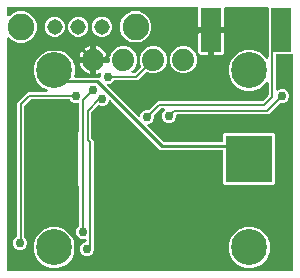
<source format=gbr>
G04 EAGLE Gerber RS-274X export*
G75*
%MOMM*%
%FSLAX34Y34*%
%LPD*%
%INBottom Copper*%
%IPPOS*%
%AMOC8*
5,1,8,0,0,1.08239X$1,22.5*%
G01*
%ADD10R,4.000000X4.000000*%
%ADD11C,3.045000*%
%ADD12C,1.879600*%
%ADD13R,1.700000X3.700000*%
%ADD14C,1.308000*%
%ADD15C,2.250000*%
%ADD16C,0.756400*%
%ADD17C,0.406400*%
%ADD18C,0.254000*%
%ADD19C,0.200000*%
%ADD20C,0.152400*%
%ADD21C,0.203200*%

G36*
X399406Y31766D02*
X399406Y31766D01*
X399525Y31773D01*
X399563Y31786D01*
X399604Y31791D01*
X399714Y31834D01*
X399827Y31871D01*
X399862Y31893D01*
X399899Y31908D01*
X399995Y31978D01*
X400096Y32041D01*
X400124Y32071D01*
X400157Y32094D01*
X400233Y32186D01*
X400314Y32273D01*
X400334Y32308D01*
X400359Y32339D01*
X400410Y32447D01*
X400468Y32551D01*
X400478Y32591D01*
X400495Y32627D01*
X400517Y32744D01*
X400547Y32859D01*
X400551Y32920D01*
X400555Y32940D01*
X400553Y32960D01*
X400557Y33020D01*
X400557Y214418D01*
X400542Y214536D01*
X400535Y214655D01*
X400522Y214693D01*
X400517Y214734D01*
X400474Y214844D01*
X400437Y214957D01*
X400415Y214992D01*
X400400Y215029D01*
X400331Y215125D01*
X400267Y215226D01*
X400237Y215254D01*
X400214Y215287D01*
X400122Y215363D01*
X400035Y215444D01*
X400000Y215464D01*
X399969Y215489D01*
X399861Y215540D01*
X399757Y215598D01*
X399717Y215608D01*
X399681Y215625D01*
X399564Y215647D01*
X399449Y215677D01*
X399389Y215681D01*
X399369Y215685D01*
X399348Y215683D01*
X399288Y215687D01*
X386878Y215687D01*
X386760Y215672D01*
X386641Y215665D01*
X386603Y215652D01*
X386562Y215647D01*
X386452Y215604D01*
X386339Y215567D01*
X386304Y215545D01*
X386267Y215530D01*
X386171Y215461D01*
X386070Y215397D01*
X386042Y215367D01*
X386009Y215344D01*
X385933Y215252D01*
X385852Y215165D01*
X385832Y215130D01*
X385807Y215099D01*
X385756Y214991D01*
X385698Y214887D01*
X385688Y214847D01*
X385671Y214811D01*
X385649Y214694D01*
X385619Y214579D01*
X385615Y214519D01*
X385611Y214499D01*
X385613Y214478D01*
X385609Y214418D01*
X385609Y186076D01*
X385626Y185938D01*
X385639Y185800D01*
X385646Y185781D01*
X385649Y185761D01*
X385700Y185632D01*
X385747Y185501D01*
X385758Y185484D01*
X385766Y185465D01*
X385847Y185353D01*
X385925Y185237D01*
X385941Y185224D01*
X385952Y185208D01*
X386060Y185119D01*
X386164Y185027D01*
X386182Y185018D01*
X386197Y185005D01*
X386323Y184946D01*
X386447Y184882D01*
X386467Y184878D01*
X386485Y184869D01*
X386622Y184843D01*
X386757Y184813D01*
X386778Y184813D01*
X386797Y184810D01*
X386936Y184818D01*
X387075Y184822D01*
X387095Y184828D01*
X387115Y184829D01*
X387247Y184872D01*
X387381Y184911D01*
X387398Y184921D01*
X387417Y184927D01*
X387535Y185002D01*
X387655Y185072D01*
X387676Y185091D01*
X387686Y185097D01*
X387700Y185112D01*
X387776Y185179D01*
X387866Y185270D01*
X390003Y186155D01*
X392317Y186155D01*
X394454Y185270D01*
X396090Y183634D01*
X396975Y181497D01*
X396975Y179183D01*
X396090Y177046D01*
X394454Y175410D01*
X392317Y174525D01*
X390183Y174525D01*
X390084Y174513D01*
X389985Y174510D01*
X389927Y174493D01*
X389867Y174485D01*
X389775Y174449D01*
X389680Y174421D01*
X389628Y174391D01*
X389571Y174368D01*
X389491Y174310D01*
X389406Y174260D01*
X389331Y174194D01*
X389314Y174182D01*
X389306Y174172D01*
X389285Y174154D01*
X379723Y164591D01*
X302554Y164591D01*
X302436Y164576D01*
X302317Y164569D01*
X302279Y164556D01*
X302238Y164551D01*
X302128Y164508D01*
X302015Y164471D01*
X301980Y164449D01*
X301943Y164434D01*
X301847Y164365D01*
X301746Y164301D01*
X301718Y164271D01*
X301685Y164248D01*
X301609Y164156D01*
X301528Y164069D01*
X301508Y164034D01*
X301483Y164003D01*
X301432Y163895D01*
X301374Y163791D01*
X301364Y163751D01*
X301347Y163715D01*
X301325Y163598D01*
X301295Y163483D01*
X301291Y163423D01*
X301287Y163403D01*
X301289Y163382D01*
X301285Y163322D01*
X301285Y162233D01*
X300400Y160096D01*
X298764Y158460D01*
X296627Y157575D01*
X294313Y157575D01*
X292176Y158460D01*
X290540Y160096D01*
X289655Y162233D01*
X289655Y164547D01*
X290540Y166684D01*
X291361Y167505D01*
X291446Y167614D01*
X291535Y167721D01*
X291544Y167740D01*
X291556Y167756D01*
X291611Y167883D01*
X291671Y168009D01*
X291674Y168029D01*
X291683Y168048D01*
X291704Y168186D01*
X291730Y168322D01*
X291729Y168342D01*
X291732Y168362D01*
X291719Y168501D01*
X291711Y168639D01*
X291704Y168658D01*
X291703Y168678D01*
X291655Y168810D01*
X291613Y168941D01*
X291602Y168959D01*
X291595Y168978D01*
X291517Y169093D01*
X291443Y169210D01*
X291428Y169224D01*
X291416Y169241D01*
X291312Y169333D01*
X291211Y169428D01*
X291193Y169438D01*
X291178Y169451D01*
X291054Y169514D01*
X290932Y169582D01*
X290913Y169587D01*
X290895Y169596D01*
X290759Y169626D01*
X290624Y169661D01*
X290596Y169663D01*
X290584Y169666D01*
X290564Y169665D01*
X290464Y169671D01*
X288809Y169671D01*
X288710Y169659D01*
X288611Y169656D01*
X288553Y169639D01*
X288493Y169631D01*
X288401Y169595D01*
X288306Y169567D01*
X288254Y169537D01*
X288197Y169514D01*
X288117Y169456D01*
X288032Y169406D01*
X287957Y169340D01*
X287940Y169328D01*
X287932Y169318D01*
X287911Y169300D01*
X283046Y164435D01*
X282986Y164357D01*
X282918Y164285D01*
X282889Y164232D01*
X282852Y164184D01*
X282812Y164093D01*
X282764Y164006D01*
X282749Y163947D01*
X282725Y163892D01*
X282710Y163794D01*
X282685Y163698D01*
X282679Y163598D01*
X282675Y163578D01*
X282677Y163565D01*
X282675Y163537D01*
X282675Y161403D01*
X281790Y159266D01*
X280154Y157630D01*
X277783Y156649D01*
X277777Y156645D01*
X277672Y156607D01*
X277655Y156596D01*
X277636Y156588D01*
X277524Y156507D01*
X277409Y156429D01*
X277395Y156413D01*
X277379Y156402D01*
X277290Y156294D01*
X277198Y156190D01*
X277189Y156172D01*
X277176Y156157D01*
X277117Y156031D01*
X277054Y155907D01*
X277049Y155887D01*
X277041Y155869D01*
X277015Y155733D01*
X276984Y155597D01*
X276985Y155576D01*
X276981Y155557D01*
X276990Y155418D01*
X276994Y155279D01*
X276999Y155259D01*
X277001Y155239D01*
X277043Y155107D01*
X277082Y154973D01*
X277092Y154956D01*
X277099Y154937D01*
X277173Y154819D01*
X277244Y154699D01*
X277262Y154678D01*
X277269Y154668D01*
X277284Y154654D01*
X277350Y154579D01*
X290050Y141878D01*
X290128Y141818D01*
X290201Y141750D01*
X290254Y141721D01*
X290301Y141684D01*
X290392Y141644D01*
X290479Y141596D01*
X290538Y141581D01*
X290593Y141557D01*
X290691Y141542D01*
X290787Y141517D01*
X290887Y141511D01*
X290907Y141507D01*
X290920Y141509D01*
X290948Y141507D01*
X339918Y141507D01*
X340036Y141522D01*
X340155Y141529D01*
X340193Y141542D01*
X340234Y141547D01*
X340344Y141590D01*
X340457Y141627D01*
X340492Y141649D01*
X340529Y141664D01*
X340625Y141733D01*
X340726Y141797D01*
X340754Y141827D01*
X340787Y141850D01*
X340863Y141942D01*
X340944Y142029D01*
X340964Y142064D01*
X340989Y142095D01*
X341040Y142203D01*
X341098Y142307D01*
X341108Y142347D01*
X341125Y142383D01*
X341147Y142500D01*
X341177Y142615D01*
X341181Y142675D01*
X341185Y142695D01*
X341183Y142716D01*
X341187Y142776D01*
X341187Y147842D01*
X342378Y149033D01*
X384062Y149033D01*
X385253Y147842D01*
X385253Y106158D01*
X384062Y104967D01*
X342378Y104967D01*
X341187Y106158D01*
X341187Y133632D01*
X341172Y133750D01*
X341165Y133869D01*
X341152Y133907D01*
X341147Y133948D01*
X341104Y134058D01*
X341067Y134171D01*
X341045Y134206D01*
X341030Y134243D01*
X340961Y134339D01*
X340897Y134440D01*
X340867Y134468D01*
X340844Y134501D01*
X340752Y134577D01*
X340665Y134658D01*
X340630Y134678D01*
X340599Y134703D01*
X340491Y134754D01*
X340387Y134812D01*
X340347Y134822D01*
X340311Y134839D01*
X340194Y134861D01*
X340079Y134891D01*
X340019Y134895D01*
X339999Y134899D01*
X339978Y134897D01*
X339918Y134901D01*
X287686Y134901D01*
X246319Y176268D01*
X246280Y176299D01*
X246246Y176335D01*
X246155Y176396D01*
X246068Y176463D01*
X246022Y176483D01*
X245980Y176510D01*
X245877Y176546D01*
X245776Y176589D01*
X245727Y176597D01*
X245680Y176613D01*
X245570Y176622D01*
X245462Y176639D01*
X245412Y176635D01*
X245363Y176639D01*
X245255Y176620D01*
X245145Y176610D01*
X245098Y176593D01*
X245049Y176584D01*
X244949Y176539D01*
X244846Y176502D01*
X244805Y176474D01*
X244759Y176454D01*
X244673Y176385D01*
X244583Y176323D01*
X244550Y176286D01*
X244511Y176255D01*
X244445Y176167D01*
X244372Y176085D01*
X244350Y176041D01*
X244320Y176001D01*
X244249Y175856D01*
X243690Y174506D01*
X242054Y172870D01*
X239917Y171985D01*
X237603Y171985D01*
X236346Y172506D01*
X236317Y172514D01*
X236291Y172527D01*
X236164Y172556D01*
X236039Y172590D01*
X236010Y172591D01*
X235981Y172597D01*
X235851Y172593D01*
X235721Y172595D01*
X235692Y172588D01*
X235663Y172587D01*
X235538Y172551D01*
X235412Y172521D01*
X235386Y172507D01*
X235357Y172499D01*
X235246Y172433D01*
X235131Y172372D01*
X235109Y172352D01*
X235083Y172337D01*
X234963Y172231D01*
X229762Y167031D01*
X229702Y166953D01*
X229634Y166881D01*
X229605Y166828D01*
X229568Y166780D01*
X229528Y166689D01*
X229480Y166602D01*
X229465Y166543D01*
X229441Y166488D01*
X229426Y166390D01*
X229401Y166294D01*
X229395Y166194D01*
X229391Y166174D01*
X229393Y166161D01*
X229391Y166133D01*
X229391Y144966D01*
X229403Y144868D01*
X229406Y144769D01*
X229423Y144710D01*
X229431Y144650D01*
X229467Y144558D01*
X229495Y144463D01*
X229525Y144411D01*
X229548Y144355D01*
X229606Y144275D01*
X229656Y144189D01*
X229722Y144114D01*
X229734Y144097D01*
X229744Y144090D01*
X229762Y144068D01*
X231649Y142182D01*
X231649Y52755D01*
X231650Y52746D01*
X231649Y52736D01*
X231670Y52587D01*
X231689Y52439D01*
X231692Y52431D01*
X231693Y52421D01*
X231745Y52269D01*
X231875Y51957D01*
X231875Y49643D01*
X230990Y47506D01*
X229354Y45870D01*
X227217Y44985D01*
X224903Y44985D01*
X222766Y45870D01*
X221130Y47506D01*
X220245Y49643D01*
X220245Y51957D01*
X221130Y54094D01*
X222766Y55730D01*
X224768Y56559D01*
X224793Y56573D01*
X224821Y56582D01*
X224931Y56652D01*
X225044Y56716D01*
X225065Y56737D01*
X225090Y56752D01*
X225179Y56847D01*
X225272Y56937D01*
X225288Y56963D01*
X225308Y56984D01*
X225371Y57098D01*
X225439Y57208D01*
X225447Y57237D01*
X225462Y57263D01*
X225494Y57388D01*
X225532Y57512D01*
X225534Y57542D01*
X225541Y57570D01*
X225551Y57731D01*
X225551Y58113D01*
X225545Y58162D01*
X225547Y58212D01*
X225525Y58319D01*
X225511Y58428D01*
X225493Y58475D01*
X225483Y58523D01*
X225435Y58622D01*
X225394Y58724D01*
X225365Y58764D01*
X225343Y58809D01*
X225272Y58893D01*
X225208Y58981D01*
X225169Y59013D01*
X225137Y59051D01*
X225047Y59114D01*
X224963Y59184D01*
X224918Y59205D01*
X224877Y59234D01*
X224774Y59273D01*
X224675Y59320D01*
X224626Y59329D01*
X224580Y59347D01*
X224470Y59359D01*
X224363Y59380D01*
X224313Y59376D01*
X224264Y59382D01*
X224155Y59367D01*
X224045Y59360D01*
X223998Y59344D01*
X223949Y59338D01*
X223796Y59285D01*
X223435Y59136D01*
X221121Y59136D01*
X218984Y60021D01*
X217348Y61657D01*
X216463Y63794D01*
X216463Y66107D01*
X217348Y68244D01*
X218858Y69753D01*
X218918Y69831D01*
X218986Y69904D01*
X219015Y69957D01*
X219052Y70004D01*
X219092Y70095D01*
X219140Y70182D01*
X219155Y70241D01*
X219179Y70296D01*
X219194Y70394D01*
X219219Y70490D01*
X219225Y70590D01*
X219229Y70610D01*
X219227Y70623D01*
X219229Y70651D01*
X219229Y103190D01*
X219214Y103308D01*
X219207Y103427D01*
X219194Y103465D01*
X219189Y103506D01*
X219146Y103616D01*
X219109Y103729D01*
X219087Y103764D01*
X219072Y103801D01*
X219003Y103897D01*
X218939Y103998D01*
X218909Y104026D01*
X218886Y104059D01*
X218794Y104135D01*
X218707Y104216D01*
X218672Y104236D01*
X218641Y104261D01*
X218533Y104312D01*
X218429Y104370D01*
X218389Y104380D01*
X218353Y104397D01*
X218236Y104419D01*
X218185Y104432D01*
X218185Y149562D01*
X218197Y149563D01*
X218235Y149576D01*
X218276Y149581D01*
X218386Y149624D01*
X218499Y149661D01*
X218534Y149683D01*
X218571Y149698D01*
X218667Y149767D01*
X218768Y149831D01*
X218796Y149861D01*
X218829Y149884D01*
X218905Y149976D01*
X218986Y150063D01*
X219006Y150098D01*
X219031Y150129D01*
X219082Y150237D01*
X219140Y150341D01*
X219150Y150381D01*
X219167Y150417D01*
X219189Y150534D01*
X219219Y150649D01*
X219223Y150709D01*
X219227Y150729D01*
X219225Y150750D01*
X219229Y150810D01*
X219229Y173439D01*
X219223Y173489D01*
X219225Y173538D01*
X219203Y173646D01*
X219189Y173755D01*
X219171Y173801D01*
X219161Y173850D01*
X219113Y173948D01*
X219072Y174050D01*
X219043Y174091D01*
X219021Y174135D01*
X218950Y174219D01*
X218886Y174308D01*
X218847Y174339D01*
X218815Y174377D01*
X218725Y174440D01*
X218641Y174511D01*
X218596Y174532D01*
X218555Y174560D01*
X218452Y174599D01*
X218353Y174646D01*
X218304Y174655D01*
X218257Y174673D01*
X218148Y174685D01*
X218041Y174706D01*
X217991Y174703D01*
X217941Y174708D01*
X217833Y174693D01*
X217723Y174686D01*
X217676Y174671D01*
X217627Y174664D01*
X217625Y174663D01*
X215285Y174663D01*
X213148Y175548D01*
X211639Y177058D01*
X211561Y177118D01*
X211489Y177186D01*
X211436Y177215D01*
X211388Y177252D01*
X211297Y177292D01*
X211210Y177340D01*
X211152Y177355D01*
X211096Y177379D01*
X210998Y177394D01*
X210902Y177419D01*
X210802Y177425D01*
X210782Y177429D01*
X210770Y177427D01*
X210742Y177429D01*
X178806Y177429D01*
X178708Y177417D01*
X178609Y177414D01*
X178551Y177397D01*
X178491Y177389D01*
X178399Y177353D01*
X178304Y177325D01*
X178252Y177295D01*
X178195Y177272D01*
X178115Y177214D01*
X178030Y177164D01*
X177954Y177098D01*
X177938Y177086D01*
X177930Y177076D01*
X177909Y177058D01*
X173064Y172213D01*
X173004Y172135D01*
X172936Y172063D01*
X172907Y172010D01*
X172870Y171962D01*
X172830Y171871D01*
X172782Y171784D01*
X172767Y171726D01*
X172743Y171670D01*
X172728Y171572D01*
X172703Y171476D01*
X172697Y171376D01*
X172693Y171356D01*
X172695Y171344D01*
X172693Y171316D01*
X172693Y61072D01*
X172705Y60974D01*
X172708Y60875D01*
X172725Y60817D01*
X172733Y60757D01*
X172769Y60665D01*
X172797Y60570D01*
X172827Y60517D01*
X172850Y60461D01*
X172908Y60381D01*
X172958Y60296D01*
X173024Y60220D01*
X173036Y60204D01*
X173046Y60196D01*
X173064Y60175D01*
X174066Y59174D01*
X174951Y57037D01*
X174951Y54723D01*
X174066Y52586D01*
X172430Y50950D01*
X170293Y50065D01*
X167979Y50065D01*
X165842Y50950D01*
X164206Y52586D01*
X163321Y54723D01*
X163321Y57037D01*
X164206Y59174D01*
X165847Y60815D01*
X165865Y60821D01*
X165975Y60890D01*
X166088Y60954D01*
X166109Y60975D01*
X166134Y60991D01*
X166223Y61085D01*
X166316Y61176D01*
X166332Y61201D01*
X166352Y61222D01*
X166415Y61336D01*
X166483Y61447D01*
X166491Y61475D01*
X166506Y61501D01*
X166538Y61627D01*
X166576Y61751D01*
X166578Y61780D01*
X166585Y61809D01*
X166595Y61969D01*
X166595Y174367D01*
X175755Y183527D01*
X191241Y183527D01*
X191310Y183535D01*
X191380Y183534D01*
X191467Y183555D01*
X191556Y183567D01*
X191621Y183592D01*
X191689Y183609D01*
X191769Y183651D01*
X191852Y183684D01*
X191908Y183725D01*
X191970Y183757D01*
X192037Y183818D01*
X192109Y183870D01*
X192154Y183924D01*
X192206Y183971D01*
X192255Y184046D01*
X192312Y184115D01*
X192342Y184179D01*
X192380Y184237D01*
X192410Y184322D01*
X192448Y184403D01*
X192461Y184472D01*
X192484Y184538D01*
X192491Y184627D01*
X192508Y184715D01*
X192503Y184785D01*
X192509Y184855D01*
X192493Y184943D01*
X192488Y185033D01*
X192466Y185099D01*
X192454Y185168D01*
X192417Y185250D01*
X192390Y185335D01*
X192352Y185394D01*
X192324Y185458D01*
X192268Y185528D01*
X192220Y185604D01*
X192169Y185652D01*
X192125Y185706D01*
X192053Y185761D01*
X191988Y185822D01*
X191927Y185856D01*
X191871Y185898D01*
X191727Y185969D01*
X188344Y187370D01*
X183490Y192224D01*
X180862Y198567D01*
X180862Y205433D01*
X183490Y211776D01*
X188344Y216630D01*
X194687Y219258D01*
X201553Y219258D01*
X207896Y216630D01*
X212750Y211776D01*
X215378Y205433D01*
X215378Y198567D01*
X214973Y197590D01*
X214960Y197542D01*
X214939Y197497D01*
X214918Y197389D01*
X214889Y197283D01*
X214888Y197233D01*
X214879Y197184D01*
X214886Y197075D01*
X214884Y196965D01*
X214895Y196917D01*
X214899Y196867D01*
X214932Y196763D01*
X214958Y196656D01*
X214981Y196612D01*
X214997Y196565D01*
X215055Y196472D01*
X215107Y196375D01*
X215140Y196338D01*
X215167Y196296D01*
X215247Y196221D01*
X215321Y196139D01*
X215362Y196112D01*
X215398Y196078D01*
X215495Y196025D01*
X215586Y195965D01*
X215633Y195948D01*
X215677Y195924D01*
X215783Y195897D01*
X215887Y195861D01*
X215937Y195857D01*
X215985Y195845D01*
X216145Y195835D01*
X236248Y195835D01*
X236366Y195850D01*
X236485Y195857D01*
X236523Y195870D01*
X236564Y195875D01*
X236674Y195918D01*
X236787Y195955D01*
X236822Y195977D01*
X236859Y195992D01*
X236955Y196061D01*
X237056Y196125D01*
X237084Y196155D01*
X237117Y196178D01*
X237193Y196270D01*
X237274Y196357D01*
X237294Y196392D01*
X237319Y196423D01*
X237370Y196531D01*
X237428Y196635D01*
X237438Y196675D01*
X237455Y196711D01*
X237477Y196828D01*
X237507Y196943D01*
X237511Y197003D01*
X237515Y197023D01*
X237513Y197044D01*
X237517Y197104D01*
X237517Y197753D01*
X237732Y198272D01*
X237740Y198301D01*
X237754Y198328D01*
X237782Y198454D01*
X237816Y198579D01*
X237817Y198609D01*
X237823Y198638D01*
X237819Y198767D01*
X237821Y198897D01*
X237815Y198926D01*
X237814Y198956D01*
X237778Y199080D01*
X237747Y199206D01*
X237733Y199233D01*
X237725Y199261D01*
X237659Y199373D01*
X237599Y199487D01*
X237579Y199509D01*
X237563Y199535D01*
X237472Y199627D01*
X237385Y199723D01*
X237360Y199739D01*
X237339Y199760D01*
X237227Y199826D01*
X237119Y199897D01*
X237091Y199907D01*
X237065Y199922D01*
X236941Y199959D01*
X236818Y200001D01*
X236788Y200003D01*
X236760Y200011D01*
X236631Y200015D01*
X236501Y200026D01*
X236472Y200021D01*
X236442Y200022D01*
X236315Y199994D01*
X236188Y199971D01*
X236161Y199959D01*
X236131Y199953D01*
X235984Y199889D01*
X235723Y199756D01*
X233936Y199175D01*
X233679Y199135D01*
X233679Y208281D01*
X243840Y208281D01*
X243958Y208296D01*
X244077Y208303D01*
X244115Y208316D01*
X244156Y208321D01*
X244266Y208364D01*
X244379Y208401D01*
X244414Y208423D01*
X244451Y208438D01*
X244547Y208508D01*
X244648Y208571D01*
X244676Y208601D01*
X244709Y208624D01*
X244785Y208716D01*
X244866Y208803D01*
X244886Y208838D01*
X244911Y208869D01*
X244962Y208977D01*
X245020Y209081D01*
X245030Y209121D01*
X245047Y209157D01*
X245069Y209274D01*
X245099Y209389D01*
X245103Y209450D01*
X245107Y209470D01*
X245105Y209490D01*
X245109Y209550D01*
X245109Y212090D01*
X245094Y212208D01*
X245087Y212327D01*
X245074Y212365D01*
X245069Y212405D01*
X245026Y212516D01*
X244989Y212629D01*
X244967Y212664D01*
X244952Y212701D01*
X244883Y212797D01*
X244845Y212856D01*
X244846Y212857D01*
X244948Y212938D01*
X244966Y212962D01*
X244988Y212982D01*
X245061Y213088D01*
X245139Y213192D01*
X245158Y213230D01*
X245167Y213244D01*
X245175Y213265D01*
X245210Y213336D01*
X246849Y217295D01*
X250065Y220511D01*
X254266Y222251D01*
X258814Y222251D01*
X263015Y220511D01*
X266231Y217295D01*
X267971Y213094D01*
X267971Y208546D01*
X266231Y204345D01*
X263697Y201811D01*
X263612Y201702D01*
X263523Y201595D01*
X263514Y201576D01*
X263502Y201560D01*
X263447Y201432D01*
X263388Y201307D01*
X263384Y201287D01*
X263376Y201268D01*
X263354Y201130D01*
X263328Y200994D01*
X263329Y200974D01*
X263326Y200954D01*
X263339Y200815D01*
X263348Y200677D01*
X263354Y200658D01*
X263356Y200638D01*
X263403Y200506D01*
X263446Y200375D01*
X263456Y200357D01*
X263463Y200338D01*
X263541Y200223D01*
X263616Y200106D01*
X263630Y200092D01*
X263642Y200075D01*
X263746Y199983D01*
X263847Y199888D01*
X263865Y199878D01*
X263880Y199865D01*
X264004Y199801D01*
X264126Y199734D01*
X264145Y199729D01*
X264163Y199720D01*
X264299Y199690D01*
X264434Y199655D01*
X264462Y199653D01*
X264474Y199650D01*
X264494Y199651D01*
X264594Y199645D01*
X265927Y199645D01*
X266026Y199657D01*
X266125Y199660D01*
X266183Y199677D01*
X266243Y199685D01*
X266335Y199721D01*
X266430Y199749D01*
X266482Y199779D01*
X266539Y199802D01*
X266619Y199860D01*
X266704Y199910D01*
X266779Y199976D01*
X266796Y199988D01*
X266804Y199998D01*
X266825Y200016D01*
X271329Y204520D01*
X271347Y204544D01*
X271369Y204563D01*
X271444Y204669D01*
X271524Y204772D01*
X271535Y204799D01*
X271552Y204823D01*
X271598Y204944D01*
X271650Y205063D01*
X271655Y205093D01*
X271665Y205120D01*
X271680Y205249D01*
X271700Y205378D01*
X271697Y205407D01*
X271700Y205436D01*
X271682Y205565D01*
X271670Y205694D01*
X271660Y205722D01*
X271656Y205751D01*
X271604Y205904D01*
X270509Y208546D01*
X270509Y213094D01*
X272249Y217295D01*
X275465Y220511D01*
X279666Y222251D01*
X284214Y222251D01*
X288415Y220511D01*
X291631Y217295D01*
X293371Y213094D01*
X293371Y208546D01*
X291631Y204345D01*
X288415Y201129D01*
X284214Y199389D01*
X279666Y199389D01*
X277024Y200484D01*
X276995Y200492D01*
X276969Y200505D01*
X276842Y200534D01*
X276717Y200568D01*
X276687Y200568D01*
X276658Y200575D01*
X276529Y200571D01*
X276399Y200573D01*
X276370Y200566D01*
X276341Y200565D01*
X276216Y200529D01*
X276090Y200499D01*
X276063Y200485D01*
X276035Y200477D01*
X275923Y200411D01*
X275921Y200410D01*
X275907Y200404D01*
X275897Y200397D01*
X275808Y200350D01*
X275787Y200330D01*
X275761Y200315D01*
X275651Y200218D01*
X275650Y200217D01*
X275649Y200216D01*
X275640Y200209D01*
X268979Y193547D01*
X249032Y193547D01*
X248934Y193535D01*
X248835Y193532D01*
X248777Y193515D01*
X248717Y193507D01*
X248625Y193471D01*
X248530Y193443D01*
X248477Y193413D01*
X248421Y193390D01*
X248341Y193332D01*
X248256Y193282D01*
X248180Y193216D01*
X248164Y193204D01*
X248156Y193194D01*
X248135Y193176D01*
X246626Y191666D01*
X244489Y190781D01*
X244212Y190781D01*
X244074Y190764D01*
X243935Y190751D01*
X243916Y190744D01*
X243896Y190741D01*
X243767Y190690D01*
X243636Y190643D01*
X243619Y190632D01*
X243600Y190624D01*
X243488Y190543D01*
X243373Y190465D01*
X243359Y190449D01*
X243343Y190438D01*
X243254Y190330D01*
X243162Y190226D01*
X243153Y190208D01*
X243140Y190193D01*
X243081Y190067D01*
X243018Y189943D01*
X243013Y189923D01*
X243005Y189905D01*
X242979Y189769D01*
X242948Y189633D01*
X242949Y189612D01*
X242945Y189593D01*
X242954Y189454D01*
X242958Y189315D01*
X242963Y189295D01*
X242965Y189275D01*
X243007Y189143D01*
X243046Y189009D01*
X243056Y188992D01*
X243063Y188973D01*
X243137Y188855D01*
X243208Y188735D01*
X243226Y188714D01*
X243233Y188704D01*
X243248Y188690D01*
X243314Y188615D01*
X268879Y163050D01*
X268988Y162965D01*
X269095Y162876D01*
X269114Y162868D01*
X269130Y162855D01*
X269258Y162800D01*
X269383Y162741D01*
X269403Y162737D01*
X269422Y162729D01*
X269560Y162707D01*
X269696Y162681D01*
X269716Y162682D01*
X269736Y162679D01*
X269875Y162692D01*
X270013Y162701D01*
X270032Y162707D01*
X270052Y162709D01*
X270184Y162756D01*
X270315Y162799D01*
X270333Y162810D01*
X270352Y162816D01*
X270467Y162894D01*
X270584Y162969D01*
X270598Y162984D01*
X270615Y162995D01*
X270707Y163099D01*
X270802Y163200D01*
X270812Y163218D01*
X270825Y163233D01*
X270889Y163357D01*
X270956Y163479D01*
X270961Y163499D01*
X270970Y163517D01*
X270979Y163556D01*
X271930Y165854D01*
X273566Y167490D01*
X275703Y168375D01*
X277837Y168375D01*
X277936Y168387D01*
X278035Y168390D01*
X278093Y168407D01*
X278153Y168415D01*
X278245Y168451D01*
X278340Y168479D01*
X278392Y168509D01*
X278449Y168532D01*
X278529Y168590D01*
X278614Y168640D01*
X278689Y168706D01*
X278706Y168718D01*
X278714Y168728D01*
X278735Y168746D01*
X285757Y175769D01*
X374131Y175769D01*
X374230Y175781D01*
X374329Y175784D01*
X374387Y175801D01*
X374447Y175809D01*
X374539Y175845D01*
X374634Y175873D01*
X374686Y175903D01*
X374743Y175926D01*
X374823Y175984D01*
X374908Y176034D01*
X374983Y176100D01*
X375000Y176112D01*
X375008Y176122D01*
X375029Y176140D01*
X379140Y180251D01*
X379200Y180329D01*
X379268Y180401D01*
X379297Y180454D01*
X379334Y180502D01*
X379374Y180593D01*
X379422Y180680D01*
X379437Y180739D01*
X379461Y180794D01*
X379476Y180892D01*
X379501Y180988D01*
X379507Y181088D01*
X379511Y181108D01*
X379509Y181121D01*
X379511Y181149D01*
X379511Y190821D01*
X379494Y190958D01*
X379481Y191097D01*
X379474Y191116D01*
X379471Y191136D01*
X379420Y191265D01*
X379373Y191397D01*
X379362Y191413D01*
X379354Y191432D01*
X379273Y191545D01*
X379195Y191660D01*
X379179Y191673D01*
X379168Y191689D01*
X379060Y191778D01*
X378956Y191870D01*
X378938Y191879D01*
X378923Y191892D01*
X378797Y191952D01*
X378673Y192015D01*
X378653Y192019D01*
X378635Y192028D01*
X378499Y192054D01*
X378363Y192084D01*
X378342Y192084D01*
X378323Y192088D01*
X378184Y192079D01*
X378045Y192075D01*
X378025Y192069D01*
X378005Y192068D01*
X377873Y192025D01*
X377739Y191986D01*
X377722Y191976D01*
X377703Y191970D01*
X377585Y191895D01*
X377465Y191825D01*
X377444Y191806D01*
X377434Y191800D01*
X377420Y191785D01*
X377345Y191718D01*
X372996Y187370D01*
X366653Y184742D01*
X359787Y184742D01*
X353444Y187370D01*
X348590Y192224D01*
X345962Y198567D01*
X345962Y205433D01*
X348590Y211776D01*
X353444Y216630D01*
X359787Y219258D01*
X366653Y219258D01*
X372996Y216630D01*
X377345Y212282D01*
X377454Y212196D01*
X377561Y212108D01*
X377580Y212099D01*
X377596Y212087D01*
X377724Y212031D01*
X377849Y211972D01*
X377869Y211968D01*
X377888Y211960D01*
X378026Y211938D01*
X378162Y211912D01*
X378182Y211914D01*
X378202Y211910D01*
X378341Y211924D01*
X378479Y211932D01*
X378498Y211938D01*
X378518Y211940D01*
X378650Y211987D01*
X378781Y212030D01*
X378799Y212041D01*
X378818Y212048D01*
X378933Y212126D01*
X379050Y212200D01*
X379064Y212215D01*
X379081Y212226D01*
X379173Y212331D01*
X379268Y212432D01*
X379278Y212450D01*
X379291Y212465D01*
X379355Y212589D01*
X379422Y212710D01*
X379427Y212730D01*
X379436Y212748D01*
X379466Y212884D01*
X379501Y213018D01*
X379503Y213046D01*
X379506Y213058D01*
X379505Y213079D01*
X379511Y213179D01*
X379511Y229972D01*
X379558Y230056D01*
X379573Y230115D01*
X379597Y230170D01*
X379612Y230268D01*
X379637Y230364D01*
X379643Y230464D01*
X379647Y230484D01*
X379645Y230497D01*
X379647Y230525D01*
X379647Y254508D01*
X379632Y254626D01*
X379625Y254745D01*
X379612Y254783D01*
X379607Y254824D01*
X379564Y254934D01*
X379527Y255047D01*
X379505Y255082D01*
X379490Y255119D01*
X379421Y255215D01*
X379357Y255316D01*
X379327Y255344D01*
X379304Y255377D01*
X379212Y255453D01*
X379125Y255534D01*
X379090Y255554D01*
X379059Y255579D01*
X378951Y255630D01*
X378847Y255688D01*
X378807Y255698D01*
X378771Y255715D01*
X378654Y255737D01*
X378539Y255767D01*
X378479Y255771D01*
X378459Y255775D01*
X378438Y255773D01*
X378378Y255777D01*
X343490Y255777D01*
X343372Y255762D01*
X343253Y255755D01*
X343215Y255742D01*
X343174Y255737D01*
X343064Y255694D01*
X342951Y255657D01*
X342916Y255635D01*
X342879Y255620D01*
X342783Y255551D01*
X342682Y255487D01*
X342654Y255457D01*
X342621Y255434D01*
X342545Y255342D01*
X342464Y255255D01*
X342444Y255220D01*
X342419Y255189D01*
X342368Y255081D01*
X342310Y254977D01*
X342300Y254937D01*
X342283Y254901D01*
X342261Y254784D01*
X342231Y254669D01*
X342227Y254609D01*
X342223Y254589D01*
X342225Y254568D01*
X342221Y254508D01*
X342221Y238759D01*
X332450Y238759D01*
X332332Y238744D01*
X332213Y238737D01*
X332175Y238724D01*
X332135Y238719D01*
X332024Y238675D01*
X331911Y238639D01*
X331876Y238617D01*
X331839Y238602D01*
X331743Y238532D01*
X331642Y238469D01*
X331614Y238439D01*
X331582Y238415D01*
X331506Y238324D01*
X331424Y238237D01*
X331405Y238202D01*
X331379Y238170D01*
X331328Y238063D01*
X331271Y237959D01*
X331260Y237919D01*
X331243Y237883D01*
X331221Y237766D01*
X331191Y237651D01*
X331187Y237590D01*
X331183Y237570D01*
X331185Y237550D01*
X331181Y237490D01*
X331181Y236219D01*
X331179Y236219D01*
X331179Y237490D01*
X331164Y237608D01*
X331157Y237727D01*
X331144Y237765D01*
X331139Y237805D01*
X331095Y237916D01*
X331059Y238029D01*
X331037Y238064D01*
X331022Y238101D01*
X330952Y238197D01*
X330889Y238298D01*
X330859Y238326D01*
X330835Y238358D01*
X330744Y238434D01*
X330657Y238516D01*
X330622Y238535D01*
X330590Y238561D01*
X330483Y238612D01*
X330379Y238669D01*
X330339Y238680D01*
X330303Y238697D01*
X330186Y238719D01*
X330071Y238749D01*
X330010Y238753D01*
X329990Y238757D01*
X329970Y238755D01*
X329910Y238759D01*
X320139Y238759D01*
X320139Y254508D01*
X320124Y254626D01*
X320117Y254745D01*
X320104Y254783D01*
X320099Y254824D01*
X320056Y254934D01*
X320019Y255047D01*
X319997Y255082D01*
X319982Y255119D01*
X319913Y255215D01*
X319849Y255316D01*
X319819Y255344D01*
X319796Y255377D01*
X319704Y255453D01*
X319617Y255534D01*
X319582Y255554D01*
X319551Y255579D01*
X319443Y255630D01*
X319339Y255688D01*
X319299Y255698D01*
X319263Y255715D01*
X319146Y255737D01*
X319031Y255767D01*
X318971Y255771D01*
X318951Y255775D01*
X318930Y255773D01*
X318870Y255777D01*
X159512Y255777D01*
X159394Y255762D01*
X159275Y255755D01*
X159237Y255742D01*
X159196Y255737D01*
X159086Y255694D01*
X158973Y255657D01*
X158938Y255635D01*
X158901Y255620D01*
X158805Y255551D01*
X158704Y255487D01*
X158676Y255457D01*
X158643Y255434D01*
X158567Y255342D01*
X158486Y255255D01*
X158466Y255220D01*
X158441Y255189D01*
X158390Y255081D01*
X158332Y254977D01*
X158322Y254937D01*
X158305Y254901D01*
X158283Y254784D01*
X158253Y254669D01*
X158249Y254609D01*
X158245Y254589D01*
X158247Y254568D01*
X158243Y254508D01*
X158243Y248912D01*
X158260Y248774D01*
X158273Y248635D01*
X158280Y248616D01*
X158283Y248596D01*
X158334Y248467D01*
X158381Y248336D01*
X158392Y248319D01*
X158400Y248300D01*
X158481Y248188D01*
X158559Y248073D01*
X158575Y248059D01*
X158586Y248043D01*
X158694Y247954D01*
X158798Y247862D01*
X158816Y247853D01*
X158831Y247840D01*
X158957Y247781D01*
X159081Y247718D01*
X159101Y247713D01*
X159119Y247705D01*
X159255Y247679D01*
X159391Y247648D01*
X159412Y247649D01*
X159431Y247645D01*
X159570Y247654D01*
X159709Y247658D01*
X159729Y247663D01*
X159749Y247665D01*
X159881Y247707D01*
X160015Y247746D01*
X160032Y247756D01*
X160051Y247763D01*
X160169Y247837D01*
X160289Y247908D01*
X160310Y247926D01*
X160320Y247933D01*
X160334Y247948D01*
X160409Y248014D01*
X162416Y250021D01*
X167298Y252043D01*
X172582Y252043D01*
X177464Y250021D01*
X181201Y246284D01*
X183223Y241402D01*
X183223Y236118D01*
X181201Y231236D01*
X177464Y227499D01*
X172582Y225477D01*
X167298Y225477D01*
X162416Y227499D01*
X160409Y229506D01*
X160300Y229591D01*
X160193Y229680D01*
X160174Y229688D01*
X160158Y229701D01*
X160030Y229756D01*
X159905Y229815D01*
X159885Y229819D01*
X159866Y229827D01*
X159728Y229849D01*
X159592Y229875D01*
X159572Y229874D01*
X159552Y229877D01*
X159413Y229864D01*
X159275Y229855D01*
X159256Y229849D01*
X159236Y229847D01*
X159104Y229800D01*
X158973Y229757D01*
X158955Y229747D01*
X158936Y229740D01*
X158821Y229662D01*
X158704Y229587D01*
X158690Y229572D01*
X158673Y229561D01*
X158581Y229457D01*
X158486Y229356D01*
X158476Y229338D01*
X158463Y229323D01*
X158399Y229199D01*
X158332Y229077D01*
X158327Y229057D01*
X158318Y229039D01*
X158288Y228904D01*
X158253Y228769D01*
X158251Y228741D01*
X158248Y228729D01*
X158249Y228709D01*
X158243Y228608D01*
X158243Y33020D01*
X158258Y32902D01*
X158265Y32783D01*
X158278Y32745D01*
X158283Y32704D01*
X158326Y32594D01*
X158363Y32481D01*
X158385Y32446D01*
X158400Y32409D01*
X158469Y32313D01*
X158533Y32212D01*
X158563Y32184D01*
X158586Y32151D01*
X158678Y32076D01*
X158765Y31994D01*
X158800Y31974D01*
X158831Y31949D01*
X158939Y31898D01*
X159043Y31840D01*
X159083Y31830D01*
X159119Y31813D01*
X159236Y31791D01*
X159351Y31761D01*
X159411Y31757D01*
X159431Y31753D01*
X159452Y31755D01*
X159512Y31751D01*
X399288Y31751D01*
X399406Y31766D01*
G37*
%LPC*%
G36*
X194687Y34742D02*
X194687Y34742D01*
X188344Y37370D01*
X183490Y42224D01*
X180862Y48567D01*
X180862Y55433D01*
X183490Y61776D01*
X188344Y66630D01*
X194687Y69258D01*
X201553Y69258D01*
X207896Y66630D01*
X212750Y61776D01*
X215378Y55433D01*
X215378Y48567D01*
X212750Y42224D01*
X207896Y37370D01*
X201553Y34742D01*
X194687Y34742D01*
G37*
%LPD*%
%LPC*%
G36*
X359787Y34742D02*
X359787Y34742D01*
X353444Y37370D01*
X348590Y42224D01*
X345962Y48567D01*
X345962Y55433D01*
X348590Y61776D01*
X353444Y66630D01*
X359787Y69258D01*
X366653Y69258D01*
X372996Y66630D01*
X377850Y61776D01*
X380478Y55433D01*
X380478Y48567D01*
X377850Y42224D01*
X372996Y37370D01*
X366653Y34742D01*
X359787Y34742D01*
G37*
%LPD*%
%LPC*%
G36*
X264298Y225477D02*
X264298Y225477D01*
X259416Y227499D01*
X255679Y231236D01*
X253657Y236118D01*
X253657Y241402D01*
X255679Y246284D01*
X259416Y250021D01*
X264298Y252043D01*
X269582Y252043D01*
X274464Y250021D01*
X278201Y246284D01*
X280223Y241402D01*
X280223Y236118D01*
X278201Y231236D01*
X274464Y227499D01*
X269582Y225477D01*
X264298Y225477D01*
G37*
%LPD*%
%LPC*%
G36*
X305066Y199389D02*
X305066Y199389D01*
X300865Y201129D01*
X297649Y204345D01*
X295909Y208546D01*
X295909Y213094D01*
X297649Y217295D01*
X300865Y220511D01*
X305066Y222251D01*
X309614Y222251D01*
X313815Y220511D01*
X317031Y217295D01*
X318771Y213094D01*
X318771Y208546D01*
X317031Y204345D01*
X313815Y201129D01*
X309614Y199389D01*
X305066Y199389D01*
G37*
%LPD*%
%LPC*%
G36*
X216735Y230187D02*
X216735Y230187D01*
X213584Y231492D01*
X211172Y233904D01*
X209867Y237055D01*
X209867Y240465D01*
X211172Y243616D01*
X213584Y246028D01*
X216735Y247333D01*
X220145Y247333D01*
X223296Y246028D01*
X225708Y243616D01*
X227013Y240465D01*
X227013Y237055D01*
X225708Y233904D01*
X223296Y231492D01*
X220145Y230187D01*
X216735Y230187D01*
G37*
%LPD*%
%LPC*%
G36*
X236735Y230187D02*
X236735Y230187D01*
X233584Y231492D01*
X231172Y233904D01*
X229867Y237055D01*
X229867Y240465D01*
X231172Y243616D01*
X233584Y246028D01*
X236735Y247333D01*
X240145Y247333D01*
X243296Y246028D01*
X245708Y243616D01*
X247013Y240465D01*
X247013Y237055D01*
X245708Y233904D01*
X243296Y231492D01*
X240145Y230187D01*
X236735Y230187D01*
G37*
%LPD*%
%LPC*%
G36*
X196735Y230187D02*
X196735Y230187D01*
X193584Y231492D01*
X191172Y233904D01*
X189867Y237055D01*
X189867Y240465D01*
X191172Y243616D01*
X193584Y246028D01*
X196735Y247333D01*
X200145Y247333D01*
X203296Y246028D01*
X205708Y243616D01*
X207013Y240465D01*
X207013Y237055D01*
X205708Y233904D01*
X203296Y231492D01*
X200145Y230187D01*
X196735Y230187D01*
G37*
%LPD*%
%LPC*%
G36*
X333719Y215179D02*
X333719Y215179D01*
X333719Y233681D01*
X342221Y233681D01*
X342221Y217386D01*
X342048Y216739D01*
X341713Y216160D01*
X341240Y215687D01*
X340661Y215352D01*
X340014Y215179D01*
X333719Y215179D01*
G37*
%LPD*%
%LPC*%
G36*
X322346Y215179D02*
X322346Y215179D01*
X321699Y215352D01*
X321120Y215687D01*
X320647Y216160D01*
X320312Y216739D01*
X320139Y217386D01*
X320139Y233681D01*
X328641Y233681D01*
X328641Y215179D01*
X322346Y215179D01*
G37*
%LPD*%
%LPC*%
G36*
X233679Y213359D02*
X233679Y213359D01*
X233679Y222505D01*
X233936Y222465D01*
X235723Y221884D01*
X237397Y221031D01*
X238918Y219926D01*
X240246Y218598D01*
X241351Y217077D01*
X242204Y215403D01*
X242794Y213586D01*
X242819Y213500D01*
X242850Y213374D01*
X242857Y213359D01*
X233679Y213359D01*
G37*
%LPD*%
%LPC*%
G36*
X219455Y213359D02*
X219455Y213359D01*
X219495Y213616D01*
X220076Y215403D01*
X220929Y217077D01*
X222034Y218598D01*
X223362Y219926D01*
X224883Y221031D01*
X226557Y221884D01*
X228344Y222465D01*
X228601Y222505D01*
X228601Y213359D01*
X219455Y213359D01*
G37*
%LPD*%
%LPC*%
G36*
X228344Y199175D02*
X228344Y199175D01*
X226557Y199756D01*
X224883Y200609D01*
X223362Y201714D01*
X222034Y203042D01*
X220929Y204563D01*
X220076Y206237D01*
X219495Y208024D01*
X219455Y208281D01*
X228601Y208281D01*
X228601Y199135D01*
X228344Y199175D01*
G37*
%LPD*%
%LPC*%
G36*
X231139Y210819D02*
X231139Y210819D01*
X231139Y210821D01*
X231141Y210821D01*
X231141Y210819D01*
X231139Y210819D01*
G37*
%LPD*%
D10*
X198120Y127000D03*
D11*
X198120Y52000D03*
X198120Y202000D03*
D10*
X363220Y127000D03*
D11*
X363220Y202000D03*
X363220Y52000D03*
D12*
X231140Y210820D03*
X256540Y210820D03*
X281940Y210820D03*
X307340Y210820D03*
D13*
X331180Y236220D03*
X390180Y236220D03*
D14*
X218440Y238760D03*
X198440Y238760D03*
X238440Y238760D03*
D15*
X169940Y238760D03*
X266940Y238760D03*
D16*
X342900Y35560D03*
X314960Y38100D03*
X314960Y50800D03*
X340360Y48260D03*
X299720Y50800D03*
X299720Y38100D03*
X294640Y68580D03*
X309880Y68580D03*
X276860Y68580D03*
X256540Y68580D03*
X256540Y86360D03*
X256540Y106680D03*
X256540Y124460D03*
X274320Y124460D03*
X292100Y124460D03*
X309880Y124460D03*
X309880Y106680D03*
X309880Y88900D03*
X292100Y88900D03*
X274320Y88900D03*
X274320Y106680D03*
X292100Y106680D03*
X234188Y162052D03*
X245364Y162052D03*
X226060Y35560D03*
X215900Y35560D03*
X332740Y160020D03*
X342392Y160020D03*
D17*
X216901Y59779D02*
X216901Y44221D01*
X198120Y78560D02*
X198120Y106680D01*
X216901Y44221D02*
X215900Y43220D01*
X215900Y35560D01*
X216901Y59779D02*
X198120Y78560D01*
D18*
X228600Y38100D02*
X226060Y35560D01*
X228600Y38100D02*
X314960Y38100D01*
X299720Y38100D02*
X299720Y50800D01*
X314960Y38100D02*
X340360Y38100D01*
X342900Y35560D01*
X340360Y38100D02*
X340360Y48260D01*
X337820Y50800D01*
X314960Y50800D01*
X299720Y50800D01*
X299720Y63500D01*
X294640Y68580D01*
X309880Y68580D01*
X309880Y88900D01*
X309880Y106680D01*
X309880Y124460D01*
X292100Y124460D01*
X274320Y124460D01*
D19*
X239680Y210820D02*
X231140Y210820D01*
X239680Y210820D02*
X253634Y224774D01*
X310590Y224774D01*
X245364Y162052D02*
X234188Y162052D01*
X241808Y139192D02*
X256540Y124460D01*
X241808Y139192D02*
X241808Y158496D01*
X245364Y162052D01*
D20*
X198120Y127000D02*
X198120Y106680D01*
D16*
X323088Y198628D03*
D18*
X330690Y206230D01*
X330690Y233190D01*
X324848Y239032D01*
D20*
X327660Y236220D02*
X331180Y236220D01*
X327660Y236220D02*
X324848Y239032D01*
X322036Y236220D02*
X331180Y236220D01*
X322036Y236220D02*
X310590Y224774D01*
X332740Y160020D02*
X342392Y160020D01*
D16*
X177800Y159512D03*
X162560Y217424D03*
D18*
X188061Y217424D01*
X190656Y220019D01*
X221941Y220019D01*
X231140Y210820D01*
X177800Y159512D02*
X182372Y154940D01*
X195072Y154940D01*
X198120Y151892D01*
X198120Y127000D01*
D16*
X186436Y159512D03*
X162052Y101092D03*
X222278Y64950D03*
X231140Y185420D03*
D21*
X222278Y176558D02*
X222278Y64950D01*
X222278Y176558D02*
X231140Y185420D01*
D16*
X243332Y196596D03*
D21*
X267716Y196596D01*
X281940Y210820D01*
D16*
X226060Y50800D03*
D21*
X228600Y53340D01*
X228600Y140919D02*
X226342Y143177D01*
X226342Y167922D01*
X228600Y140919D02*
X228600Y53340D01*
X236220Y177800D02*
X238760Y177800D01*
D16*
X238760Y177800D03*
D21*
X236220Y177800D02*
X226342Y167922D01*
D16*
X216442Y180478D03*
X169136Y55880D03*
D21*
X177018Y180478D02*
X216442Y180478D01*
X177018Y180478D02*
X169644Y173104D01*
X169644Y56388D02*
X169136Y55880D01*
X169644Y56388D02*
X169644Y173104D01*
D16*
X276860Y162560D03*
D21*
X287020Y172720D01*
X375920Y172720D01*
X382560Y179360D01*
X382560Y228600D02*
X390180Y236220D01*
X382560Y228600D02*
X382560Y179360D01*
D18*
X352016Y138204D02*
X363220Y127000D01*
X352016Y138204D02*
X289054Y138204D01*
X198120Y192532D02*
X198120Y202000D01*
X198120Y192532D02*
X234726Y192532D01*
X289054Y138204D01*
D16*
X391160Y180340D03*
D21*
X378460Y167640D01*
X299720Y167640D01*
X295470Y163390D01*
D16*
X295470Y163390D03*
M02*

</source>
